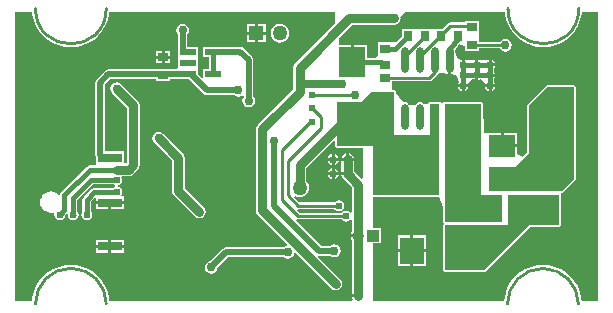
<source format=gbl>
%FSLAX24Y24*%
%MOIN*%
G70*
G01*
G75*
G04 Layer_Physical_Order=2*
G04 Layer_Color=16711680*
%ADD10R,0.0236X0.0433*%
%ADD11R,0.0925X0.0197*%
%ADD12R,0.0984X0.0925*%
%ADD13R,0.0709X0.0472*%
%ADD14R,0.0610X0.0236*%
%ADD15O,0.0610X0.0236*%
%ADD16R,0.1102X0.1102*%
%ADD17O,0.0256X0.0098*%
%ADD18O,0.0098X0.0256*%
%ADD19R,0.0354X0.0252*%
%ADD20R,0.0354X0.0161*%
%ADD21O,0.0236X0.0610*%
%ADD22R,0.0236X0.0610*%
%ADD23R,0.0472X0.0709*%
%ADD24O,0.0276X0.0118*%
%ADD25R,0.0748X0.0354*%
%ADD26O,0.0827X0.0177*%
%ADD27R,0.0571X0.0217*%
%ADD28R,0.0571X0.0217*%
%ADD29R,0.0630X0.0276*%
%ADD30R,0.0374X0.0512*%
%ADD31R,0.0354X0.0276*%
%ADD32R,0.0276X0.0354*%
G04:AMPARAMS|DCode=33|XSize=35.4mil|YSize=27.6mil|CornerRadius=0mil|HoleSize=0mil|Usage=FLASHONLY|Rotation=225.000|XOffset=0mil|YOffset=0mil|HoleType=Round|Shape=Rectangle|*
%AMROTATEDRECTD33*
4,1,4,0.0028,0.0223,0.0223,0.0028,-0.0028,-0.0223,-0.0223,-0.0028,0.0028,0.0223,0.0*
%
%ADD33ROTATEDRECTD33*%

%ADD34R,0.0551X0.0433*%
%ADD35R,0.0453X0.0236*%
%ADD36R,0.0335X0.0315*%
%ADD37C,0.0250*%
%ADD38C,0.0100*%
%ADD39C,0.0200*%
%ADD40C,0.0150*%
%ADD41C,0.0300*%
%ADD42R,0.0500X0.0500*%
%ADD43C,0.0500*%
%ADD44R,0.0787X0.0315*%
%ADD45R,0.0394X0.0394*%
%ADD46C,0.0394*%
%ADD47C,0.0240*%
%ADD48C,0.0260*%
%ADD49C,0.0300*%
%ADD50O,0.0236X0.0866*%
%ADD51R,0.0886X0.0768*%
%ADD52R,0.0886X0.1004*%
%ADD53R,0.0906X0.0906*%
%ADD54R,0.0827X0.0906*%
G36*
X39650Y30250D02*
X40350D01*
Y29350D01*
X38450D01*
Y33300D01*
X39650D01*
Y30250D01*
D02*
G37*
G36*
X34788Y35991D02*
X33449Y34651D01*
X33402Y34582D01*
X33386Y34500D01*
Y33944D01*
X33386Y33944D01*
X33386D01*
Y33789D01*
X32199Y32601D01*
X32152Y32532D01*
X32136Y32450D01*
Y29750D01*
X32152Y29668D01*
X32152Y29668D01*
X32152Y29668D01*
X32199Y29599D01*
X33190Y28607D01*
X33176Y28559D01*
X33118Y28548D01*
X33066Y28513D01*
X31150D01*
X31088Y28501D01*
X31035Y28465D01*
X30629Y28060D01*
X30568Y28048D01*
X30499Y28001D01*
X30452Y27932D01*
X30436Y27850D01*
X30452Y27768D01*
X30499Y27699D01*
X30568Y27652D01*
X30650Y27636D01*
X30732Y27652D01*
X30801Y27699D01*
X30848Y27768D01*
X30860Y27829D01*
X31218Y28187D01*
X33066D01*
X33118Y28152D01*
X33200Y28136D01*
X33282Y28152D01*
X33351Y28199D01*
X33398Y28268D01*
X33409Y28326D01*
X33457Y28340D01*
X34649Y27149D01*
X34718Y27102D01*
X34718Y27102D01*
X34718Y27102D01*
D01*
X34718Y27102D01*
X34718Y27102D01*
X34800Y27086D01*
X34882Y27102D01*
X34951Y27149D01*
X34998Y27218D01*
X35014Y27300D01*
X34998Y27382D01*
X34951Y27451D01*
X34206Y28197D01*
X34230Y28241D01*
X34250Y28237D01*
X34616D01*
X34668Y28202D01*
X34750Y28186D01*
X34832Y28202D01*
X34901Y28249D01*
X34948Y28318D01*
X34964Y28400D01*
X34948Y28482D01*
X34901Y28551D01*
X34832Y28598D01*
X34750Y28614D01*
X34668Y28598D01*
X34616Y28563D01*
X34318D01*
X33468Y29413D01*
X33507Y29446D01*
Y29446D01*
D01*
X33507Y29446D01*
X33507Y29446D01*
X33550Y29438D01*
X35008D01*
X35020Y29420D01*
X35080Y29380D01*
X35150Y29366D01*
X35220Y29380D01*
X35280Y29420D01*
X35288Y29433D01*
X35336Y29418D01*
Y29043D01*
X35326Y29030D01*
X35300Y28967D01*
X35298Y28950D01*
X35550D01*
Y28850D01*
X35298D01*
X35300Y28833D01*
X35326Y28770D01*
X35336Y28757D01*
Y26950D01*
X35550D01*
Y26850D01*
X35346D01*
X35352Y26818D01*
X35382Y26774D01*
X35358Y26730D01*
X27263D01*
X27254Y26837D01*
X27207Y27035D01*
X27129Y27223D01*
X27023Y27396D01*
X26891Y27550D01*
X26736Y27682D01*
X26563Y27789D01*
X26375Y27866D01*
X26178Y27914D01*
X25975Y27930D01*
X25772Y27914D01*
X25575Y27866D01*
X25387Y27789D01*
X25214Y27682D01*
X25059Y27550D01*
X24927Y27396D01*
X24821Y27223D01*
X24743Y27035D01*
X24696Y26837D01*
X24687Y26730D01*
X24100D01*
Y36348D01*
X24690D01*
X24696Y36271D01*
X24743Y36073D01*
X24821Y35885D01*
X24927Y35712D01*
X25059Y35557D01*
X25214Y35426D01*
X25387Y35319D01*
X25575Y35242D01*
X25772Y35194D01*
X25975Y35178D01*
X26178Y35194D01*
X26375Y35242D01*
X26563Y35319D01*
X26736Y35426D01*
X26891Y35557D01*
X27023Y35712D01*
X27129Y35885D01*
X27207Y36073D01*
X27254Y36271D01*
X27260Y36348D01*
X34788D01*
Y35991D01*
D02*
G37*
G36*
X36750Y32250D02*
X37950D01*
Y33300D01*
X38250D01*
Y30250D01*
X36050D01*
Y31900D01*
X34850D01*
Y33350D01*
X35650D01*
X36000Y33700D01*
X36750D01*
Y32250D01*
D02*
G37*
G36*
X34785Y32067D02*
Y31900D01*
X34804Y31854D01*
X34850Y31835D01*
X35700D01*
Y30818D01*
X35654Y30799D01*
X35414Y31039D01*
Y31386D01*
X34986D01*
Y31014D01*
X35186D01*
Y30914D01*
X34993D01*
X35002Y30868D01*
X35049Y30799D01*
X35336Y30511D01*
Y29682D01*
X35288Y29667D01*
X35280Y29680D01*
X35220Y29720D01*
X35150Y29734D01*
X35080Y29720D01*
X35020Y29680D01*
X35008Y29662D01*
X33596D01*
X33512Y29747D01*
X33536Y29791D01*
X33550Y29788D01*
X33550Y29788D01*
X34758D01*
X34770Y29770D01*
X34830Y29730D01*
X34900Y29716D01*
X34970Y29730D01*
X35030Y29770D01*
X35070Y29830D01*
X35084Y29900D01*
X35070Y29970D01*
X35030Y30030D01*
X34970Y30070D01*
X34900Y30084D01*
X34830Y30070D01*
X34770Y30030D01*
X34758Y30012D01*
X33596D01*
X33425Y30184D01*
X33452Y30226D01*
X33519Y30198D01*
X33600Y30187D01*
X33681Y30198D01*
X33756Y30229D01*
X33821Y30279D01*
X33871Y30344D01*
X33902Y30419D01*
X33913Y30500D01*
X33902Y30581D01*
X33871Y30656D01*
X33821Y30721D01*
X33814Y30726D01*
Y31161D01*
X34739Y32086D01*
X34785Y32067D01*
D02*
G37*
G36*
X42750Y30800D02*
X42350Y30400D01*
X39900D01*
Y31200D01*
X40800D01*
X41250Y31650D01*
Y33250D01*
X41850Y33850D01*
X42750D01*
Y30800D01*
D02*
G37*
G36*
X43561Y26730D02*
X42997D01*
X42989Y26829D01*
X42942Y27027D01*
X42864Y27214D01*
X42758Y27388D01*
X42626Y27542D01*
X42471Y27674D01*
X42298Y27780D01*
X42110Y27858D01*
X41913Y27905D01*
X41710Y27921D01*
X41507Y27905D01*
X41310Y27858D01*
X41122Y27780D01*
X40949Y27674D01*
X40794Y27542D01*
X40662Y27388D01*
X40556Y27214D01*
X40478Y27027D01*
X40431Y26829D01*
X40423Y26730D01*
X36050D01*
Y28643D01*
X36307D01*
Y29157D01*
X36050D01*
Y30185D01*
X38244D01*
X38244Y30185D01*
Y30185D01*
X38250Y30185D01*
X38385Y29859D01*
Y29350D01*
X38404Y29304D01*
D01*
Y29304D01*
Y29304D01*
D01*
X38404Y29296D01*
X38404D01*
X38385Y29250D01*
Y27750D01*
X38404Y27704D01*
X38450Y27685D01*
X39750D01*
X39782Y27699D01*
X39796Y27704D01*
X41277Y29185D01*
X42250D01*
X42296Y29204D01*
X42315Y29250D01*
Y30194D01*
X42315Y30194D01*
D01*
D01*
X42315Y30250D01*
X42315Y30310D01*
X42350Y30335D01*
X42350D01*
X42350Y30335D01*
X42382Y30349D01*
X42396Y30354D01*
X42796Y30754D01*
X42815Y30800D01*
Y33850D01*
X42796Y33896D01*
X42750Y33915D01*
X41850D01*
X41804Y33896D01*
X41204Y33296D01*
X41185Y33250D01*
Y31677D01*
X41038Y31530D01*
X40853Y31606D01*
Y31841D01*
X40350D01*
Y31891D01*
X40300D01*
Y32335D01*
X39856D01*
X39856Y32335D01*
Y32335D01*
X39847Y32335D01*
X39761D01*
X39715Y33300D01*
D01*
X39715Y33300D01*
X39715Y33300D01*
X39696Y33346D01*
X39650Y33365D01*
X38456D01*
X38456Y33365D01*
Y33365D01*
X38450Y33365D01*
X38450Y33365D01*
X38404Y33346D01*
X38404Y33346D01*
Y33346D01*
X38349Y33317D01*
X38296Y33346D01*
X38296Y33346D01*
X38250Y33365D01*
X38250Y33365D01*
X38244Y33365D01*
X38244Y33365D01*
Y33365D01*
X37950D01*
X37904Y33346D01*
X37885Y33300D01*
X37885Y33300D01*
Y33300D01*
X37728Y33298D01*
X37669Y33338D01*
X37600Y33352D01*
X37531Y33338D01*
X37472Y33298D01*
X37450Y33266D01*
X37250D01*
X37228Y33298D01*
X37169Y33338D01*
X37100Y33352D01*
X37031Y33338D01*
X36821Y33652D01*
X36815Y33700D01*
X36815Y33700D01*
X36815Y33700D01*
X36796Y33746D01*
X36750Y33765D01*
X36687D01*
Y33947D01*
X36687D01*
X36687Y34038D01*
X37900D01*
X37900Y34038D01*
X37943Y34046D01*
X37979Y34071D01*
X38173Y34265D01*
X38228Y34302D01*
X38250Y34334D01*
X38450D01*
X38472Y34302D01*
X38530Y34262D01*
X38550Y34258D01*
Y34745D01*
X38650D01*
Y34258D01*
X38670Y34262D01*
X38692Y34277D01*
X38854Y34209D01*
X38912Y34018D01*
X38880Y33970D01*
X38876Y33950D01*
X39224D01*
X39222Y33958D01*
X39349Y34112D01*
X39382D01*
X39430Y34080D01*
X39450Y34076D01*
Y34250D01*
X39550D01*
Y34076D01*
X39570Y34080D01*
X39618Y34112D01*
X39651D01*
X39778Y33958D01*
X39776Y33950D01*
X40124D01*
X40120Y33970D01*
X40088Y34018D01*
Y34132D01*
X40120Y34180D01*
X40124Y34200D01*
X39950D01*
Y34300D01*
X40124D01*
X40120Y34320D01*
X40088Y34368D01*
Y34482D01*
X40120Y34530D01*
X40124Y34550D01*
X39950D01*
Y34600D01*
X39900D01*
Y34774D01*
X39880Y34770D01*
X39832Y34738D01*
X39618D01*
X39570Y34770D01*
X39550Y34774D01*
Y34600D01*
X39450D01*
Y34774D01*
X39430Y34770D01*
X39382Y34738D01*
X39168D01*
X39120Y34770D01*
X39100Y34774D01*
Y34600D01*
X39000D01*
Y34774D01*
X38980Y34770D01*
X38836Y34820D01*
X38782Y35060D01*
D01*
D01*
X38928Y35283D01*
X39113Y35207D01*
Y35057D01*
X39587D01*
Y35138D01*
X40272D01*
X40299Y35099D01*
X40368Y35052D01*
X40450Y35036D01*
X40532Y35052D01*
X40601Y35099D01*
X40648Y35168D01*
X40664Y35250D01*
X40648Y35332D01*
X40601Y35401D01*
X40532Y35448D01*
X40450Y35464D01*
X40368Y35448D01*
X40299Y35401D01*
X40272Y35362D01*
X39587D01*
X39587Y35453D01*
D01*
Y35647D01*
X39587D01*
Y36043D01*
X39113D01*
Y36012D01*
X38618D01*
X38618Y36012D01*
X38575Y36004D01*
X38538Y35979D01*
X38538Y35979D01*
X38346Y35787D01*
X38107D01*
D01*
D01*
X38107Y35787D01*
X37993D01*
Y35787D01*
X37597D01*
D01*
D01*
X37597Y35787D01*
X37403D01*
Y35787D01*
X37007D01*
Y35552D01*
X36798Y35343D01*
X36677Y35343D01*
Y35343D01*
X36223D01*
Y34908D01*
D01*
Y34908D01*
X36127Y34812D01*
X35853D01*
Y35247D01*
X35400D01*
Y34685D01*
X35300D01*
Y35247D01*
X34900D01*
Y35497D01*
X35339Y35936D01*
X36750D01*
X36832Y35952D01*
X36901Y35999D01*
X36948Y36068D01*
X36964Y36150D01*
X36956Y36193D01*
X37035Y36290D01*
X37121Y36348D01*
X40440D01*
X40446Y36272D01*
X40493Y36075D01*
X40571Y35887D01*
X40677Y35714D01*
X40809Y35559D01*
X40964Y35427D01*
X41137Y35321D01*
X41325Y35243D01*
X41522Y35196D01*
X41725Y35180D01*
X41928Y35196D01*
X42125Y35243D01*
X42313Y35321D01*
X42486Y35427D01*
X42641Y35559D01*
X42773Y35714D01*
X42879Y35887D01*
X42957Y36075D01*
X43004Y36272D01*
X43010Y36348D01*
X43561D01*
Y26730D01*
D02*
G37*
G36*
X42250Y29250D02*
X41250D01*
X39750Y27750D01*
X38450D01*
Y29250D01*
X40550D01*
Y30250D01*
X42250D01*
Y29250D01*
D02*
G37*
%LPC*%
G36*
X34664Y30914D02*
X34530D01*
X34535Y30890D01*
X34577Y30827D01*
X34640Y30785D01*
X34664Y30780D01*
Y30914D01*
D02*
G37*
G36*
X37294Y28350D02*
X36871D01*
Y27887D01*
X37294D01*
Y28350D01*
D02*
G37*
G36*
X37818D02*
X37394D01*
Y27887D01*
X37818D01*
Y28350D01*
D02*
G37*
G36*
X34897Y30914D02*
X34764D01*
Y30780D01*
X34788Y30785D01*
X34851Y30827D01*
X34893Y30890D01*
X34897Y30914D01*
D02*
G37*
G36*
X34764Y31147D02*
Y31014D01*
X34897D01*
X34893Y31038D01*
X34851Y31101D01*
X34788Y31143D01*
X34764Y31147D01*
D02*
G37*
G36*
X34664D02*
X34640Y31143D01*
X34577Y31101D01*
X34535Y31038D01*
X34530Y31014D01*
X34664D01*
Y31147D01*
D02*
G37*
G36*
Y31386D02*
X34530D01*
X34535Y31362D01*
X34577Y31299D01*
X34640Y31257D01*
X34664Y31253D01*
Y31386D01*
D02*
G37*
G36*
X27732Y29950D02*
X27328D01*
Y29783D01*
X27732D01*
Y29950D01*
D02*
G37*
G36*
X37818Y28913D02*
X37394D01*
Y28450D01*
X37818D01*
Y28913D01*
D02*
G37*
G36*
X27228Y28761D02*
X26824D01*
Y28593D01*
X27228D01*
Y28761D01*
D02*
G37*
G36*
X27732Y28493D02*
X27328D01*
Y28326D01*
X27732D01*
Y28493D01*
D02*
G37*
G36*
X37294Y28913D02*
X36871D01*
Y28450D01*
X37294D01*
Y28913D01*
D02*
G37*
G36*
X28900Y32364D02*
X28818Y32348D01*
X28749Y32301D01*
X28702Y32232D01*
X28686Y32150D01*
X28702Y32068D01*
X28702Y32068D01*
X28702Y32068D01*
X28749Y31999D01*
X29336Y31411D01*
Y30400D01*
X29352Y30318D01*
X29352Y30318D01*
X29352Y30318D01*
X29399Y30249D01*
X30099Y29549D01*
X30168Y29502D01*
X30168Y29502D01*
X30168Y29502D01*
D01*
X30168Y29502D01*
X30168Y29502D01*
X30250Y29486D01*
X30332Y29502D01*
X30401Y29549D01*
X30448Y29618D01*
X30464Y29700D01*
X30448Y29782D01*
X30401Y29851D01*
X29764Y30489D01*
Y31500D01*
X29748Y31582D01*
X29701Y31651D01*
X29051Y32301D01*
X28982Y32348D01*
X28900Y32364D01*
D02*
G37*
G36*
X27228Y29950D02*
X26824D01*
Y29783D01*
X27228D01*
Y29950D01*
D02*
G37*
G36*
X27732Y28761D02*
X27328D01*
Y28593D01*
X27732D01*
Y28761D01*
D02*
G37*
G36*
X27228Y28493D02*
X26824D01*
Y28326D01*
X27228D01*
Y28493D01*
D02*
G37*
G36*
X29000Y35043D02*
X28813D01*
Y34895D01*
X29000D01*
Y35043D01*
D02*
G37*
G36*
X29287D02*
X29100D01*
Y34895D01*
X29287D01*
Y35043D01*
D02*
G37*
G36*
X29700Y35964D02*
X29618Y35948D01*
X29549Y35901D01*
X29502Y35832D01*
X29486Y35750D01*
X29502Y35668D01*
X29537Y35616D01*
Y35192D01*
X29531D01*
Y34856D01*
X29531Y34856D01*
X29531Y34818D01*
X29531D01*
Y34482D01*
X29531D01*
X29531Y34476D01*
X29531Y34482D01*
Y34482D01*
X29531Y34474D01*
X29496Y34439D01*
X29287D01*
Y34453D01*
X28813D01*
Y34439D01*
X27226D01*
X27164Y34427D01*
X27111Y34391D01*
X27110Y34390D01*
X26835Y34115D01*
X26799Y34062D01*
X26787Y34000D01*
Y31600D01*
X26799Y31538D01*
X26824Y31500D01*
Y31279D01*
X26824D01*
Y31273D01*
X26789Y31238D01*
X26600D01*
X26600Y31238D01*
X26547Y31227D01*
X26503Y31197D01*
X26503Y31197D01*
X25653Y30347D01*
X25623Y30303D01*
X25618Y30276D01*
X25569Y30265D01*
X25563Y30273D01*
X25489Y30330D01*
X25402Y30366D01*
X25309Y30378D01*
X25217Y30366D01*
X25130Y30330D01*
X25056Y30273D01*
X24999Y30199D01*
X24963Y30112D01*
X24951Y30020D01*
X24963Y29927D01*
X24999Y29841D01*
X25056Y29766D01*
X25130Y29709D01*
X25217Y29674D01*
X25309Y29661D01*
X25389Y29672D01*
X25414Y29646D01*
X25422Y29626D01*
X25416Y29600D01*
X25430Y29530D01*
X25470Y29470D01*
X25530Y29430D01*
X25600Y29416D01*
X25670Y29430D01*
X25730Y29470D01*
X25770Y29530D01*
X25781Y29586D01*
X25823Y29629D01*
X25868Y29605D01*
X25866Y29600D01*
X25880Y29530D01*
X25920Y29470D01*
X25980Y29430D01*
X26050Y29416D01*
X26120Y29430D01*
X26180Y29470D01*
X26220Y29530D01*
X26234Y29600D01*
X26220Y29670D01*
X26188Y29718D01*
Y30093D01*
X26707Y30612D01*
X27382D01*
X27430Y30580D01*
X27457Y30575D01*
Y30525D01*
X27430Y30520D01*
X27382Y30488D01*
X26750D01*
X26697Y30477D01*
X26679Y30465D01*
X26653Y30447D01*
X26653Y30447D01*
X26403Y30197D01*
X26373Y30153D01*
X26362Y30100D01*
Y29718D01*
X26330Y29670D01*
X26316Y29600D01*
X26330Y29530D01*
X26370Y29470D01*
X26430Y29430D01*
X26500Y29416D01*
X26570Y29430D01*
X26630Y29470D01*
X26670Y29530D01*
X26684Y29600D01*
X26670Y29670D01*
X26638Y29718D01*
Y30043D01*
X26778Y30183D01*
X26824Y30164D01*
Y30050D01*
X27732D01*
Y30217D01*
X27681D01*
X27657Y30262D01*
X27670Y30280D01*
X27684Y30350D01*
X27670Y30420D01*
X27630Y30480D01*
X27570Y30520D01*
X27543Y30525D01*
Y30575D01*
X27570Y30580D01*
X27630Y30620D01*
X27670Y30680D01*
X27684Y30750D01*
X27670Y30820D01*
X27655Y30842D01*
X27679Y30886D01*
X27900D01*
X27982Y30902D01*
X28051Y30949D01*
X28201Y31099D01*
X28248Y31168D01*
X28248Y31168D01*
X28248Y31168D01*
X28264Y31250D01*
Y33250D01*
X28248Y33332D01*
X28201Y33401D01*
X27651Y33951D01*
X27582Y33998D01*
X27500Y34014D01*
X27418Y33998D01*
X27349Y33951D01*
X27302Y33882D01*
X27286Y33800D01*
X27302Y33718D01*
X27302Y33718D01*
X27302Y33718D01*
X27349Y33649D01*
X27836Y33161D01*
Y31339D01*
X27811Y31314D01*
X27732D01*
Y31714D01*
X27113D01*
Y33932D01*
X27294Y34113D01*
X28813D01*
Y34057D01*
X29287D01*
Y34113D01*
X29531D01*
Y34108D01*
X29912D01*
X30385Y33635D01*
X30438Y33599D01*
X30500Y33587D01*
X31416D01*
X31468Y33552D01*
X31550Y33536D01*
X31632Y33552D01*
X31693Y33593D01*
X31721Y33577D01*
X31734Y33529D01*
X31702Y33482D01*
X31686Y33400D01*
X31702Y33318D01*
X31749Y33249D01*
X31818Y33202D01*
X31900Y33186D01*
X31982Y33202D01*
X32051Y33249D01*
X32098Y33318D01*
X32114Y33400D01*
X32098Y33482D01*
X32063Y33534D01*
Y34750D01*
X32051Y34812D01*
X32015Y34865D01*
X31742Y35139D01*
X31689Y35174D01*
X31627Y35186D01*
X31069D01*
Y35192D01*
X30378D01*
Y34856D01*
X30586D01*
Y34444D01*
X30378D01*
Y34168D01*
X30332Y34149D01*
X30222Y34258D01*
Y34444D01*
D01*
Y34444D01*
X30222Y34444D01*
Y34482D01*
X30222D01*
Y34818D01*
D01*
Y34818D01*
X30222Y34818D01*
Y34856D01*
X30222D01*
Y35192D01*
X29863D01*
Y35616D01*
X29898Y35668D01*
X29914Y35750D01*
X29898Y35832D01*
X29851Y35901D01*
X29782Y35948D01*
X29700Y35964D01*
D02*
G37*
G36*
X29287Y34795D02*
X29100D01*
Y34647D01*
X29287D01*
Y34795D01*
D02*
G37*
G36*
X40000Y34774D02*
Y34650D01*
X40124D01*
X40120Y34670D01*
X40080Y34730D01*
X40020Y34770D01*
X40000Y34774D01*
D02*
G37*
G36*
X32106Y35960D02*
X31846D01*
Y35700D01*
X32106D01*
Y35960D01*
D02*
G37*
G36*
X32466D02*
X32206D01*
Y35700D01*
X32466D01*
Y35960D01*
D02*
G37*
G36*
Y35600D02*
X32206D01*
Y35340D01*
X32466D01*
Y35600D01*
D02*
G37*
G36*
X32944Y35963D02*
X32863Y35952D01*
X32787Y35921D01*
X32723Y35871D01*
X32673Y35806D01*
X32642Y35731D01*
X32631Y35650D01*
X32642Y35569D01*
X32673Y35494D01*
X32723Y35429D01*
X32787Y35379D01*
X32863Y35348D01*
X32944Y35337D01*
X33025Y35348D01*
X33100Y35379D01*
X33165Y35429D01*
X33214Y35494D01*
X33246Y35569D01*
X33256Y35650D01*
X33246Y35731D01*
X33214Y35806D01*
X33165Y35871D01*
X33100Y35921D01*
X33025Y35952D01*
X32944Y35963D01*
D02*
G37*
G36*
X32106Y35600D02*
X31846D01*
Y35340D01*
X32106D01*
Y35600D01*
D02*
G37*
G36*
X29000Y34795D02*
X28813D01*
Y34647D01*
X29000D01*
Y34795D01*
D02*
G37*
G36*
X35136Y31651D02*
X35118Y31648D01*
X35049Y31601D01*
X35002Y31532D01*
X34993Y31486D01*
X35136D01*
Y31651D01*
D02*
G37*
G36*
X35236Y31657D02*
Y31486D01*
X35407D01*
X35398Y31532D01*
X35351Y31601D01*
X35282Y31648D01*
X35236Y31657D01*
D02*
G37*
G36*
X34764Y31620D02*
Y31486D01*
X34897D01*
X34893Y31510D01*
X34851Y31573D01*
X34788Y31615D01*
X34764Y31620D01*
D02*
G37*
G36*
X34897Y31386D02*
X34764D01*
Y31253D01*
X34788Y31257D01*
X34851Y31299D01*
X34893Y31362D01*
X34897Y31386D01*
D02*
G37*
G36*
X34664Y31620D02*
X34640Y31615D01*
X34577Y31573D01*
X34535Y31510D01*
X34530Y31486D01*
X34664D01*
Y31620D01*
D02*
G37*
G36*
X39900Y33850D02*
X39776D01*
X39780Y33830D01*
X39820Y33770D01*
X39880Y33730D01*
X39900Y33726D01*
Y33850D01*
D02*
G37*
G36*
X40124D02*
X40000D01*
Y33726D01*
X40020Y33730D01*
X40080Y33770D01*
X40120Y33830D01*
X40124Y33850D01*
D02*
G37*
G36*
X39224D02*
X39100D01*
Y33726D01*
X39120Y33730D01*
X39180Y33770D01*
X39220Y33830D01*
X39224Y33850D01*
D02*
G37*
G36*
X40853Y32335D02*
X40400D01*
Y31941D01*
X40853D01*
Y32335D01*
D02*
G37*
G36*
X39000Y33850D02*
X38876D01*
X38880Y33830D01*
X38920Y33770D01*
X38980Y33730D01*
X39000Y33726D01*
Y33850D01*
D02*
G37*
%LPD*%
D27*
X29877Y34276D02*
D03*
D28*
X29877Y34650D02*
D03*
Y35024D02*
D03*
X30723D02*
D03*
Y34276D02*
D03*
D31*
X29050Y34255D02*
D03*
Y34845D02*
D03*
X36450Y34145D02*
D03*
Y33555D02*
D03*
X39350Y35255D02*
D03*
Y35845D02*
D03*
D32*
X37205Y35550D02*
D03*
X37795D02*
D03*
X38895D02*
D03*
X38305D02*
D03*
D34*
X40000Y29595D02*
D03*
Y29005D02*
D03*
D36*
X36450Y35126D02*
D03*
Y34574D02*
D03*
D37*
X33600Y33944D02*
X35000D01*
D38*
X24794Y36463D02*
G03*
X27156Y36463I1181J10D01*
G01*
X27156Y26622D02*
G03*
X24794Y26622I-1181J13D01*
G01*
X40544Y36464D02*
G03*
X42906Y36464I1181J11D01*
G01*
X42891Y26620D02*
G03*
X40529Y26620I-1181J7D01*
G01*
X37100Y34900D02*
X37700Y35500D01*
X37100Y34745D02*
Y34900D01*
X38618Y35900D02*
X39300D01*
X37600Y34745D02*
Y34882D01*
X38618Y35900D01*
X35050Y34600D02*
Y34685D01*
X39250Y35250D02*
X40450D01*
X36300Y34150D02*
X37900D01*
X38100Y34350D01*
Y34745D01*
X33550Y29550D02*
X35150D01*
X26050Y29650D02*
X26100Y29600D01*
X34000Y33600D02*
X35450D01*
X33000Y30100D02*
X33550Y29550D01*
X33200Y30250D02*
X33550Y29900D01*
X34900D01*
X33000Y30100D02*
Y31750D01*
X33950Y32700D01*
X34000D01*
Y33150D02*
X34300Y32850D01*
X33200Y30250D02*
Y31400D01*
X34300Y32500D01*
Y32850D01*
D39*
X31627Y35023D02*
X31900Y34750D01*
Y33400D02*
Y34750D01*
X26950Y31600D02*
X27100Y31450D01*
X26950Y34000D02*
X27226Y34276D01*
X26950Y31600D02*
Y34000D01*
X27226Y34276D02*
X29877D01*
X27225Y34275D02*
X27226Y34276D01*
X30000Y34250D02*
X30500Y33750D01*
X31550D01*
X30723Y35023D02*
X31627D01*
X29700Y35050D02*
Y35750D01*
X36000Y33550D02*
X36300D01*
X35300Y32850D02*
X36000Y33550D01*
X32750Y29900D02*
Y32000D01*
Y29900D02*
X34250Y28400D01*
X34750D01*
X30650Y27850D02*
X31150Y28350D01*
X33200D01*
D40*
X36776Y35126D02*
X37200Y35550D01*
X36450Y35126D02*
X36776D01*
X38600Y34745D02*
Y35150D01*
X38895Y35445D01*
Y35550D01*
X35050Y34685D02*
X35350D01*
Y34650D02*
X35374Y34674D01*
X39950Y34250D02*
Y34600D01*
Y33900D02*
Y34250D01*
X39050D02*
Y34600D01*
Y33900D02*
Y34250D01*
X39500D02*
Y34600D01*
X30723Y34276D02*
Y35023D01*
X39500Y34600D02*
X39950D01*
X39050D02*
X39500D01*
Y34250D02*
X39950D01*
X39050D02*
X39500D01*
X35374Y34674D02*
X36300D01*
X26600Y31100D02*
X27500D01*
X25750Y30250D02*
X26600Y31100D01*
X25750Y29750D02*
Y30250D01*
X25600Y29600D02*
X25750Y29750D01*
X26050Y29650D02*
Y30150D01*
X26500Y29600D02*
Y30100D01*
X26750Y30350D01*
X27500D01*
X26050Y30150D02*
X26650Y30750D01*
X27500D01*
D41*
X35250Y36150D02*
X36750D01*
X33600Y34500D02*
X35250Y36150D01*
X35200Y30950D02*
X35550Y30600D01*
Y26900D02*
Y30600D01*
X27500Y33800D02*
X28050Y33250D01*
Y31250D02*
Y33250D01*
X27900Y31100D02*
X28050Y31250D01*
X27500Y31100D02*
X27900D01*
X35165Y32815D02*
X35300D01*
X33600Y31250D02*
X35165Y32815D01*
X33600Y30500D02*
Y31250D01*
X35200Y30950D02*
Y31450D01*
X32350Y29750D02*
X34800Y27300D01*
X32350Y29750D02*
Y32450D01*
X33600Y33700D01*
X29550Y30400D02*
Y31500D01*
X28900Y32150D02*
X29550Y31500D01*
Y30400D02*
X30250Y29700D01*
X33600Y33700D02*
Y33944D01*
Y34500D01*
D42*
X32156Y35650D02*
D03*
D43*
X32944D02*
D03*
X42400Y33450D02*
D03*
X33600Y30500D02*
D03*
D44*
X27278Y28543D02*
D03*
Y30000D02*
D03*
Y31496D02*
D03*
D45*
X36050Y28900D02*
D03*
D46*
X35550D02*
D03*
D47*
X39950Y33900D02*
D03*
X39050D02*
D03*
Y34250D02*
D03*
X39500D02*
D03*
X39950D02*
D03*
Y34600D02*
D03*
X39500D02*
D03*
X26500Y29600D02*
D03*
X27500Y30350D02*
D03*
X25600Y29600D02*
D03*
X26050D02*
D03*
X27500Y30750D02*
D03*
Y31100D02*
D03*
X34000Y32700D02*
D03*
Y33150D02*
D03*
Y33600D02*
D03*
X39050Y34600D02*
D03*
X34900Y29900D02*
D03*
X35150Y29550D02*
D03*
D48*
X35186Y31436D02*
D03*
Y30964D02*
D03*
X34714Y31436D02*
D03*
Y30964D02*
D03*
D49*
X36750Y36150D02*
D03*
X35450Y33600D02*
D03*
X35000Y33950D02*
D03*
X35550Y26900D02*
D03*
X40450Y35250D02*
D03*
X29700Y35750D02*
D03*
X27500Y33800D02*
D03*
X31550Y33750D02*
D03*
X31900Y33400D02*
D03*
X32750Y32050D02*
D03*
X34800Y27300D02*
D03*
X34750Y28400D02*
D03*
X28900Y32150D02*
D03*
X33200Y28350D02*
D03*
X30650Y27850D02*
D03*
X30250Y29700D02*
D03*
D50*
X38600Y32855D02*
D03*
X38100D02*
D03*
X37600D02*
D03*
X37100D02*
D03*
X38600Y34745D02*
D03*
X38100D02*
D03*
X37600D02*
D03*
X37100D02*
D03*
D51*
X40350Y31891D02*
D03*
Y30809D02*
D03*
D52*
X35350Y32815D02*
D03*
Y34685D02*
D03*
D53*
X41750Y31536D02*
D03*
Y29764D02*
D03*
D54*
X37344Y28400D02*
D03*
X39156D02*
D03*
Y31000D02*
D03*
X37344D02*
D03*
M02*

</source>
